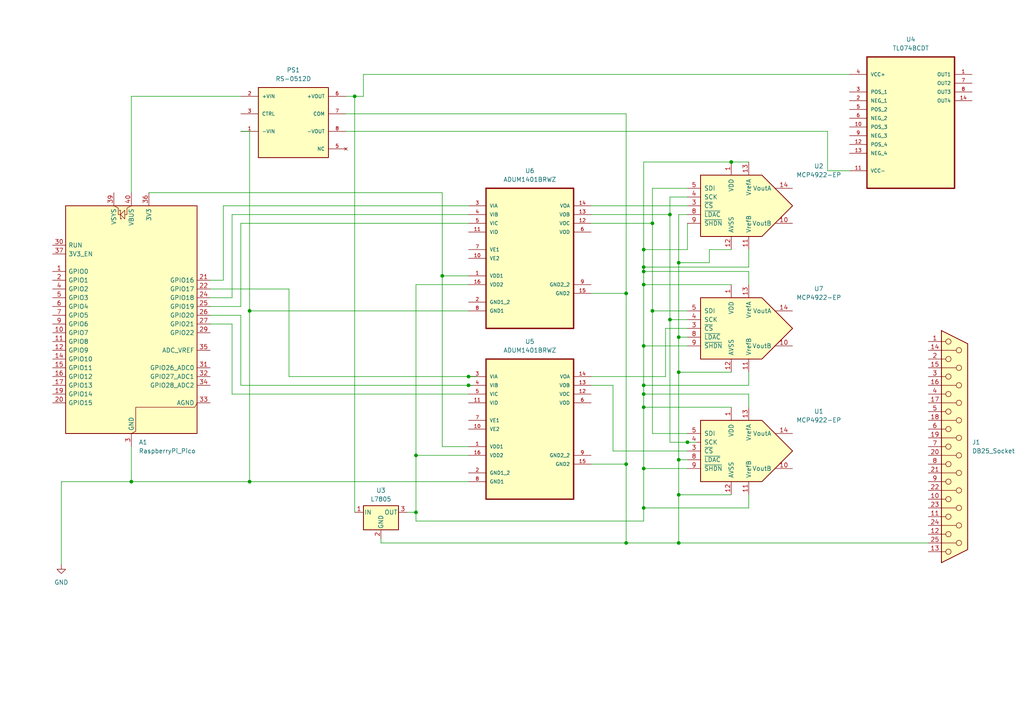
<source format=kicad_sch>
(kicad_sch (version 20250114) (generator "eeschema") (generator_version "9.0")
  (paper "A4")
  (lib_symbols
    (symbol "ADUM1401BRWZ:ADUM1401BRWZ" (pin_names (offset 1.016))
      (property "Reference" "U" (at -4.5046 19.2398 0))
      (property "Value" "ADUM1401BRWZ" (at -6.951 -26.0217 0))
      (symbol "ADUM1401BRWZ_0_0"
        (rectangle (start -12.7 -22.86) (end 12.7 17.78) (stroke (width 0.4064)) (fill (type background)))
        (pin passive line (at -17.78 12.7 0) (length 5.08) (name "VIA") (number "3"))
        (pin passive line (at -17.78 10.16 0) (length 5.08) (name "VIB") (number "4"))
        (pin passive line (at -17.78 7.62 0) (length 5.08) (name "VIC") (number "5"))
        (pin passive line (at -17.78 5.08 0) (length 5.08) (name "VID") (number "11"))
        (pin passive line (at -17.78 0 0) (length 5.08) (name "VE1") (number "7"))
        (pin passive line (at -17.78 -2.54 0) (length 5.08) (name "VE2") (number "10"))
        (pin power_in line (at -17.78 -7.62 0) (length 5.08) (name "VDD1") (number "1"))
        (pin power_in line (at -17.78 -10.16 0) (length 5.08) (name "VDD2") (number "16"))
        (pin passive line (at -17.78 -15.24 0) (length 5.08) (name "GND1_2") (number "2"))
        (pin passive line (at -17.78 -17.78 0) (length 5.08) (name "GND1") (number "8"))
        (pin passive line (at 17.78 12.7 180) (length 5.08) (name "VOA") (number "14"))
        (pin passive line (at 17.78 10.16 180) (length 5.08) (name "VOB") (number "13"))
        (pin passive line (at 17.78 7.62 180) (length 5.08) (name "VOC") (number "12"))
        (pin passive line (at 17.78 5.08 180) (length 5.08) (name "VOD") (number "6"))
        (pin passive line (at 17.78 -10.16 180) (length 5.08) (name "GND2_2") (number "9"))
        (pin passive line (at 17.78 -12.7 180) (length 5.08) (name "GND2") (number "15"))
      )
    )
    (symbol "Analog_DAC:MCP4922-EP" (pin_names (offset 1.016))
      (property "Reference" "U" (at -10.16 10.16 0))
      (property "Value" "MCP4922-EP" (at 3.81 10.16 0))
      (symbol "MCP4922-EP_0_1"
        (polyline (pts (xy -11.43 8.89) (xy 6.35 8.89) (xy 15.24 0) (xy 6.35 -8.89) (xy -11.43 -8.89) (xy -11.43 8.89)) (stroke (width 0.254)) (fill (type background)))
      )
      (symbol "MCP4922-EP_1_1"
        (pin input line (at -15.24 5.08 0) (length 3.81) (name "SDI") (number "5"))
        (pin input line (at -15.24 2.54 0) (length 3.81) (name "SCK") (number "4"))
        (pin input line (at -15.24 0 0) (length 3.81) (name "~{CS}") (number "3"))
        (pin input line (at -15.24 -2.54 0) (length 3.81) (name "~{LDAC}") (number "8"))
        (pin input line (at -15.24 -5.08 0) (length 3.81) (name "~{SHDN}") (number "9"))
        (pin no_connect line (at -10.16 -8.89 90) (length 2.54) (hide yes) (name "NC") (number "7"))
        (pin no_connect line (at -7.62 -8.89 90) (length 2.54) (hide yes) (name "NC") (number "6"))
        (pin no_connect line (at -5.08 -8.89 90) (length 2.54) (hide yes) (name "NC") (number "2"))
        (pin power_in line (at -2.54 12.7 270) (length 3.81) (name "VDD") (number "1"))
        (pin power_in line (at -2.54 -12.7 90) (length 3.81) (name "AVSS") (number "12"))
        (pin passive line (at 2.54 12.7 270) (length 3.81) (name "VrefA") (number "13"))
        (pin passive line (at 2.54 -12.7 90) (length 3.81) (name "VrefB") (number "11"))
        (pin passive line (at 15.24 5.08 180) (length 5.08) (name "VoutA") (number "14"))
        (pin passive line (at 15.24 -5.08 180) (length 5.08) (name "VoutB") (number "10"))
      )
    )
    (symbol "Connector:DB25_Socket" (pin_names (offset 1.016) (hide yes))
      (property "Reference" "J" (at 0 34.29 0))
      (property "Value" "DB25_Socket" (at 0 -34.925 0))
      (symbol "DB25_Socket_0_1"
        (polyline (pts (xy -3.81 33.655) (xy 3.81 29.845) (xy 3.81 -29.845) (xy -3.81 -33.655) (xy -3.81 33.655)) (stroke (width 0.254)) (fill (type background)))
        (polyline (pts (xy -3.81 30.48) (xy -2.54 30.48)))
        (polyline (pts (xy -3.81 27.94) (xy 0.508 27.94)))
        (polyline (pts (xy -3.81 25.4) (xy -2.54 25.4)))
        (polyline (pts (xy -3.81 22.86) (xy 0.508 22.86)))
        (polyline (pts (xy -3.81 20.32) (xy -2.54 20.32)))
        (polyline (pts (xy -3.81 17.78) (xy 0.508 17.78)))
        (polyline (pts (xy -3.81 15.24) (xy -2.54 15.24)))
        (polyline (pts (xy -3.81 12.7) (xy 0.508 12.7)))
        (polyline (pts (xy -3.81 10.16) (xy -2.54 10.16)))
        (polyline (pts (xy -3.81 7.62) (xy 0.508 7.62)))
        (polyline (pts (xy -3.81 5.08) (xy -2.54 5.08)))
        (polyline (pts (xy -3.81 2.54) (xy 0.508 2.54)))
        (polyline (pts (xy -3.81 0) (xy -2.54 0)))
        (polyline (pts (xy -3.81 -2.54) (xy 0.508 -2.54)))
        (polyline (pts (xy -3.81 -5.08) (xy -2.54 -5.08)))
        (polyline (pts (xy -3.81 -7.62) (xy 0.508 -7.62)))
        (polyline (pts (xy -3.81 -10.16) (xy -2.54 -10.16)))
        (polyline (pts (xy -3.81 -12.7) (xy 0.508 -12.7)))
        (polyline (pts (xy -3.81 -15.24) (xy -2.54 -15.24)))
        (polyline (pts (xy -3.81 -17.78) (xy 0.508 -17.78)))
        (polyline (pts (xy -3.81 -20.32) (xy -2.54 -20.32)))
        (polyline (pts (xy -3.81 -22.86) (xy 0.508 -22.86)))
        (polyline (pts (xy -3.81 -25.4) (xy -2.54 -25.4)))
        (polyline (pts (xy -3.81 -27.94) (xy 0.508 -27.94)))
        (polyline (pts (xy -3.81 -30.48) (xy -2.54 -30.48)))
        (circle (center -1.778 30.48) (radius 0.762))
        (circle (center -1.778 25.4) (radius 0.762))
        (circle (center -1.778 20.32) (radius 0.762))
        (circle (center -1.778 15.24) (radius 0.762))
        (circle (center -1.778 10.16) (radius 0.762))
        (circle (center -1.778 5.08) (radius 0.762))
        (circle (center -1.778 0) (radius 0.762))
        (circle (center -1.778 -5.08) (radius 0.762))
        (circle (center -1.778 -10.16) (radius 0.762))
        (circle (center -1.778 -15.24) (radius 0.762))
        (circle (center -1.778 -20.32) (radius 0.762))
        (circle (center -1.778 -25.4) (radius 0.762))
        (circle (center -1.778 -30.48) (radius 0.762))
        (circle (center 1.27 27.94) (radius 0.762))
        (circle (center 1.27 22.86) (radius 0.762))
        (circle (center 1.27 17.78) (radius 0.762))
        (circle (center 1.27 12.7) (radius 0.762))
        (circle (center 1.27 7.62) (radius 0.762))
        (circle (center 1.27 2.54) (radius 0.762))
        (circle (center 1.27 -2.54) (radius 0.762))
        (circle (center 1.27 -7.62) (radius 0.762))
        (circle (center 1.27 -12.7) (radius 0.762))
        (circle (center 1.27 -17.78) (radius 0.762))
        (circle (center 1.27 -22.86) (radius 0.762))
        (circle (center 1.27 -27.94) (radius 0.762))
      )
      (symbol "DB25_Socket_1_1"
        (pin passive line (at -7.62 30.48 0) (length 3.81) (name "1") (number "1"))
        (pin passive line (at -7.62 27.94 0) (length 3.81) (name "P14") (number "14"))
        (pin passive line (at -7.62 25.4 0) (length 3.81) (name "2") (number "2"))
        (pin passive line (at -7.62 22.86 0) (length 3.81) (name "P15") (number "15"))
        (pin passive line (at -7.62 20.32 0) (length 3.81) (name "3") (number "3"))
        (pin passive line (at -7.62 17.78 0) (length 3.81) (name "P16") (number "16"))
        (pin passive line (at -7.62 15.24 0) (length 3.81) (name "4") (number "4"))
        (pin passive line (at -7.62 12.7 0) (length 3.81) (name "P17") (number "17"))
        (pin passive line (at -7.62 10.16 0) (length 3.81) (name "5") (number "5"))
        (pin passive line (at -7.62 7.62 0) (length 3.81) (name "P18") (number "18"))
        (pin passive line (at -7.62 5.08 0) (length 3.81) (name "6") (number "6"))
        (pin passive line (at -7.62 2.54 0) (length 3.81) (name "P19") (number "19"))
        (pin passive line (at -7.62 0 0) (length 3.81) (name "7") (number "7"))
        (pin passive line (at -7.62 -2.54 0) (length 3.81) (name "P20") (number "20"))
        (pin passive line (at -7.62 -5.08 0) (length 3.81) (name "8") (number "8"))
        (pin passive line (at -7.62 -7.62 0) (length 3.81) (name "P21") (number "21"))
        (pin passive line (at -7.62 -10.16 0) (length 3.81) (name "9") (number "9"))
        (pin passive line (at -7.62 -12.7 0) (length 3.81) (name "P22") (number "22"))
        (pin passive line (at -7.62 -15.24 0) (length 3.81) (name "10") (number "10"))
        (pin passive line (at -7.62 -17.78 0) (length 3.81) (name "P23") (number "23"))
        (pin passive line (at -7.62 -20.32 0) (length 3.81) (name "11") (number "11"))
        (pin passive line (at -7.62 -22.86 0) (length 3.81) (name "P24") (number "24"))
        (pin passive line (at -7.62 -25.4 0) (length 3.81) (name "12") (number "12"))
        (pin passive line (at -7.62 -27.94 0) (length 3.81) (name "P25") (number "25"))
        (pin passive line (at -7.62 -30.48 0) (length 3.81) (name "13") (number "13"))
      )
    )
    (symbol "MCU_Module:RaspberryPi_Pico" (pin_names (offset 0.762))
      (property "Reference" "A" (at -19.05 35.56 0))
      (property "Value" "RaspberryPi_Pico" (at 7.62 35.56 0))
      (symbol "RaspberryPi_Pico_0_1"
        (rectangle (start -19.05 34.29) (end 19.05 -31.75) (stroke (width 0.254)) (fill (type background)))
        (polyline (pts (xy -5.08 34.29) (xy -3.81 33.655) (xy -3.81 31.75) (xy -3.175 31.75)))
        (polyline (pts (xy -3.429 32.766) (xy -3.429 33.02) (xy -3.175 33.02) (xy -3.175 30.48) (xy -2.921 30.48) (xy -2.921 30.734)))
        (polyline (pts (xy -3.175 31.75) (xy -1.905 33.02) (xy -1.905 30.48) (xy -3.175 31.75)))
        (polyline (pts (xy 0 34.29) (xy -1.27 33.655) (xy -1.27 31.75) (xy -1.905 31.75)))
        (polyline (pts (xy 0 -31.75) (xy 1.27 -31.115) (xy 1.27 -24.13) (xy 18.415 -24.13) (xy 19.05 -22.86)))
      )
      (symbol "RaspberryPi_Pico_1_1"
        (pin passive line (at -22.86 22.86 0) (length 3.81) (name "RUN") (number "30"))
        (pin passive line (at -22.86 20.32 0) (length 3.81) (name "3V3_EN") (number "37"))
        (pin bidirectional line (at -22.86 15.24 0) (length 3.81) (name "GPIO0") (number "1"))
        (pin bidirectional line (at -22.86 12.7 0) (length 3.81) (name "GPIO1") (number "2"))
        (pin bidirectional line (at -22.86 10.16 0) (length 3.81) (name "GPIO2") (number "4"))
        (pin bidirectional line (at -22.86 7.62 0) (length 3.81) (name "GPIO3") (number "5"))
        (pin bidirectional line (at -22.86 5.08 0) (length 3.81) (name "GPIO4") (number "6"))
        (pin bidirectional line (at -22.86 2.54 0) (length 3.81) (name "GPIO5") (number "7"))
        (pin bidirectional line (at -22.86 0 0) (length 3.81) (name "GPIO6") (number "9"))
        (pin bidirectional line (at -22.86 -2.54 0) (length 3.81) (name "GPIO7") (number "10"))
        (pin bidirectional line (at -22.86 -5.08 0) (length 3.81) (name "GPIO8") (number "11"))
        (pin bidirectional line (at -22.86 -7.62 0) (length 3.81) (name "GPIO9") (number "12"))
        (pin bidirectional line (at -22.86 -10.16 0) (length 3.81) (name "GPIO10") (number "14"))
        (pin bidirectional line (at -22.86 -12.7 0) (length 3.81) (name "GPIO11") (number "15"))
        (pin bidirectional line (at -22.86 -15.24 0) (length 3.81) (name "GPIO12") (number "16"))
        (pin bidirectional line (at -22.86 -17.78 0) (length 3.81) (name "GPIO13") (number "17"))
        (pin bidirectional line (at -22.86 -20.32 0) (length 3.81) (name "GPIO14") (number "19"))
        (pin bidirectional line (at -22.86 -22.86 0) (length 3.81) (name "GPIO15") (number "20"))
        (pin power_in line (at -5.08 38.1 270) (length 3.81) (name "VSYS") (number "39"))
        (pin power_out line (at 0 38.1 270) (length 3.81) (name "VBUS") (number "40"))
        (pin passive line (at 0 -35.56 90) (length 3.81) (hide yes) (name "GND") (number "13"))
        (pin passive line (at 0 -35.56 90) (length 3.81) (hide yes) (name "GND") (number "18"))
        (pin passive line (at 0 -35.56 90) (length 3.81) (hide yes) (name "GND") (number "23"))
        (pin passive line (at 0 -35.56 90) (length 3.81) (hide yes) (name "GND") (number "28"))
        (pin power_out line (at 0 -35.56 90) (length 3.81) (name "GND") (number "3"))
        (pin passive line (at 0 -35.56 90) (length 3.81) (hide yes) (name "GND") (number "38"))
        (pin passive line (at 0 -35.56 90) (length 3.81) (hide yes) (name "GND") (number "8"))
        (pin power_out line (at 5.08 38.1 270) (length 3.81) (name "3V3") (number "36"))
        (pin bidirectional line (at 22.86 12.7 180) (length 3.81) (name "GPIO16") (number "21"))
        (pin bidirectional line (at 22.86 10.16 180) (length 3.81) (name "GPIO17") (number "22"))
        (pin bidirectional line (at 22.86 7.62 180) (length 3.81) (name "GPIO18") (number "24"))
        (pin bidirectional line (at 22.86 5.08 180) (length 3.81) (name "GPIO19") (number "25"))
        (pin bidirectional line (at 22.86 2.54 180) (length 3.81) (name "GPIO20") (number "26"))
        (pin bidirectional line (at 22.86 0 180) (length 3.81) (name "GPIO21") (number "27"))
        (pin bidirectional line (at 22.86 -2.54 180) (length 3.81) (name "GPIO22") (number "29"))
        (pin power_in line (at 22.86 -7.62 180) (length 3.81) (name "ADC_VREF") (number "35"))
        (pin bidirectional line (at 22.86 -12.7 180) (length 3.81) (name "GPIO26_ADC0") (number "31"))
        (pin bidirectional line (at 22.86 -15.24 180) (length 3.81) (name "GPIO27_ADC1") (number "32"))
        (pin bidirectional line (at 22.86 -17.78 180) (length 3.81) (name "GPIO28_ADC2") (number "34"))
        (pin power_out line (at 22.86 -22.86 180) (length 3.81) (name "AGND") (number "33"))
      )
    )
    (symbol "RS-0512D:RS-0512D" (pin_names (offset 1.016))
      (property "Reference" "PS" (at -10.1639 11.4379 0))
      (property "Value" "RS-0512D" (at -10.1614 -12.7027 0))
      (symbol "RS-0512D_0_0"
        (rectangle (start -10.16 -10.16) (end 10.16 10.16) (stroke (width 0.254)) (fill (type background)))
        (pin input line (at -15.24 7.62 0) (length 5.08) (name "+VIN") (number "2"))
        (pin input line (at -15.24 2.54 0) (length 5.08) (name "CTRL") (number "3"))
        (pin input line (at -15.24 -2.54 0) (length 5.08) (name "-VIN") (number "1"))
        (pin output line (at 15.24 7.62 180) (length 5.08) (name "+VOUT") (number "6"))
        (pin power_in line (at 15.24 2.54 180) (length 5.08) (name "COM") (number "7"))
        (pin output line (at 15.24 -2.54 180) (length 5.08) (name "-VOUT") (number "8"))
        (pin no_connect line (at 15.24 -7.62 180) (length 5.08) (name "NC") (number "5"))
      )
    )
    (symbol "Regulator_Linear:L7805" (pin_names (offset 0.254))
      (property "Reference" "U" (at -3.81 3.175 0))
      (property "Value" "L7805" (at 0 3.175 0))
      (symbol "L7805_0_1"
        (rectangle (start -5.08 1.905) (end 5.08 -5.08) (stroke (width 0.254)) (fill (type background)))
      )
      (symbol "L7805_1_1"
        (pin power_in line (at -7.62 0 0) (length 2.54) (name "IN") (number "1"))
        (pin power_in line (at 0 -7.62 90) (length 2.54) (name "GND") (number "2"))
        (pin power_out line (at 7.62 0 180) (length 2.54) (name "OUT") (number "3"))
      )
    )
    (symbol "TL074BCDT:TL074BCDT" (pin_names (offset 1.016))
      (property "Reference" "U" (at -5.3611 19.2845 0))
      (property "Value" "TL074BCDT" (at -3.8661 -29.6822 0))
      (symbol "TL074BCDT_0_0"
        (rectangle (start -12.7 -22.86) (end 12.7 15.24) (stroke (width 0.4064)) (fill (type background)))
        (pin power_in line (at -17.78 10.16 0) (length 5.08) (name "VCC+") (number "4"))
        (pin input line (at -17.78 5.08 0) (length 5.08) (name "POS_1") (number "3"))
        (pin input line (at -17.78 2.54 0) (length 5.08) (name "NEG_1") (number "2"))
        (pin input line (at -17.78 0 0) (length 5.08) (name "POS_2") (number "5"))
        (pin input line (at -17.78 -2.54 0) (length 5.08) (name "NEG_2") (number "6"))
        (pin input line (at -17.78 -5.08 0) (length 5.08) (name "POS_3") (number "10"))
        (pin input line (at -17.78 -7.62 0) (length 5.08) (name "NEG_3") (number "9"))
        (pin input line (at -17.78 -10.16 0) (length 5.08) (name "POS_4") (number "12"))
        (pin input line (at -17.78 -12.7 0) (length 5.08) (name "NEG_4") (number "13"))
        (pin power_in line (at -17.78 -17.78 0) (length 5.08) (name "VCC-") (number "11"))
        (pin output line (at 17.78 10.16 180) (length 5.08) (name "OUT1") (number "1"))
        (pin output line (at 17.78 7.62 180) (length 5.08) (name "OUT2") (number "7"))
        (pin output line (at 17.78 5.08 180) (length 5.08) (name "OUT3") (number "8"))
        (pin output line (at 17.78 2.54 180) (length 5.08) (name "OUT4") (number "14"))
      )
    )
    (symbol "power:GND" (power) (pin_numbers (hide yes)) (pin_names (offset 0) (hide yes))
      (property "Value" "GND" (at 0 -3.81 0))
      (symbol "GND_0_1"
        (polyline (pts (xy 0 0) (xy 0 -1.27) (xy 1.27 -1.27) (xy 0 -2.54) (xy -1.27 -1.27) (xy 0 -1.27)))
      )
      (symbol "GND_1_1"
        (pin power_in line (at 0 0 270) (length 0) (name "~") (number "1"))
      )
    )
  )
  (junction (at 186.69 100.33))
  (junction (at 189.23 90.17))
  (junction (at 135.89 109.22))
  (junction (at 135.89 111.76))
  (junction (at 72.39 139.7))
  (junction (at 186.69 114.3))
  (junction (at 128.27 80.01))
  (junction (at 196.85 76.2))
  (junction (at 186.69 111.76))
  (junction (at 120.65 132.08))
  (junction (at 196.85 157.48))
  (junction (at 186.69 77.47))
  (junction (at 194.31 62.23))
  (junction (at 196.85 133.35))
  (junction (at 186.69 147.32))
  (junction (at 181.61 157.48))
  (junction (at 186.69 72.39))
  (junction (at 189.23 64.77))
  (junction (at 194.31 92.71))
  (junction (at 186.69 78.74))
  (junction (at 196.85 107.95))
  (junction (at 102.87 27.94))
  (junction (at 181.61 85.09))
  (junction (at 186.69 135.89))
  (junction (at 186.69 118.11))
  (junction (at 186.69 82.55))
  (junction (at 181.61 134.62))
  (junction (at 196.85 97.79))
  (junction (at 38.1 139.7))
  (junction (at 72.39 90.17))
  (junction (at 196.85 143.51))
  (junction (at 212.09 46.99))
  (junction (at 199.39 128.27))
  (junction (at 120.65 148.59))
  (wire (pts (xy 199.39 62.23) (xy 196.85 62.23)))
  (wire (pts (xy 194.31 92.71) (xy 194.31 128.27)))
  (wire (pts (xy 64.77 59.69) (xy 135.89 59.69)))
  (wire (pts (xy 240.03 38.1) (xy 240.03 49.53)))
  (wire (pts (xy 72.39 139.7) (xy 135.89 139.7)))
  (wire (pts (xy 189.23 54.61) (xy 189.23 64.77)))
  (wire (pts (xy 128.27 80.01) (xy 128.27 55.88)))
  (wire (pts (xy 100.33 38.1) (xy 240.03 38.1)))
  (wire (pts (xy 72.39 90.17) (xy 72.39 139.7)))
  (wire (pts (xy 186.69 82.55) (xy 186.69 100.33)))
  (wire (pts (xy 186.69 100.33) (xy 199.39 100.33)))
  (wire (pts (xy 186.69 100.33) (xy 186.69 111.76)))
  (wire (pts (xy 189.23 90.17) (xy 189.23 125.73)))
  (wire (pts (xy 181.61 85.09) (xy 181.61 134.62)))
  (wire (pts (xy 199.39 64.77) (xy 199.39 72.39)))
  (wire (pts (xy 186.69 78.74) (xy 186.69 82.55)))
  (wire (pts (xy 196.85 157.48) (xy 269.24 157.48)))
  (wire (pts (xy 38.1 27.94) (xy 38.1 55.88)))
  (wire (pts (xy 212.09 72.39) (xy 205.74 72.39)))
  (wire (pts (xy 186.69 151.13) (xy 120.65 151.13)))
  (wire (pts (xy 67.31 62.23) (xy 135.89 62.23)))
  (wire (pts (xy 196.85 143.51) (xy 212.09 143.51)))
  (wire (pts (xy 196.85 62.23) (xy 196.85 76.2)))
  (wire (pts (xy 217.17 111.76) (xy 186.69 111.76)))
  (wire (pts (xy 196.85 133.35) (xy 196.85 143.51)))
  (wire (pts (xy 186.69 111.76) (xy 186.69 114.3)))
  (wire (pts (xy 100.33 33.02) (xy 181.61 33.02)))
  (wire (pts (xy 189.23 54.61) (xy 199.39 54.61)))
  (wire (pts (xy 193.04 109.22) (xy 193.04 95.25)))
  (wire (pts (xy 72.39 38.1) (xy 72.39 90.17)))
  (wire (pts (xy 135.89 129.54) (xy 128.27 129.54)))
  (wire (pts (xy 196.85 107.95) (xy 212.09 107.95)))
  (wire (pts (xy 181.61 134.62) (xy 181.61 157.48)))
  (wire (pts (xy 105.41 21.59) (xy 105.41 27.94)))
  (wire (pts (xy 120.65 132.08) (xy 120.65 148.59)))
  (wire (pts (xy 60.96 81.28) (xy 64.77 81.28)))
  (wire (pts (xy 110.49 157.48) (xy 181.61 157.48)))
  (wire (pts (xy 118.11 148.59) (xy 120.65 148.59)))
  (wire (pts (xy 189.23 125.73) (xy 199.39 125.73)))
  (wire (pts (xy 64.77 81.28) (xy 64.77 59.69)))
  (wire (pts (xy 69.85 111.76) (xy 69.85 91.44)))
  (wire (pts (xy 189.23 90.17) (xy 199.39 90.17)))
  (wire (pts (xy 135.89 111.76) (xy 69.85 111.76)))
  (wire (pts (xy 205.74 76.2) (xy 196.85 76.2)))
  (wire (pts (xy 217.17 107.95) (xy 217.17 111.76)))
  (wire (pts (xy 102.87 27.94) (xy 105.41 27.94)))
  (wire (pts (xy 186.69 114.3) (xy 186.69 118.11)))
  (wire (pts (xy 194.31 128.27) (xy 199.39 128.27)))
  (wire (pts (xy 196.85 97.79) (xy 196.85 107.95)))
  (wire (pts (xy 60.96 83.82) (xy 83.82 83.82)))
  (wire (pts (xy 186.69 46.99) (xy 186.69 72.39)))
  (wire (pts (xy 60.96 93.98) (xy 67.31 93.98)))
  (wire (pts (xy 196.85 97.79) (xy 199.39 97.79)))
  (wire (pts (xy 17.78 139.7) (xy 17.78 163.83)))
  (wire (pts (xy 181.61 33.02) (xy 181.61 85.09)))
  (wire (pts (xy 196.85 107.95) (xy 196.85 133.35)))
  (wire (pts (xy 186.69 82.55) (xy 212.09 82.55)))
  (wire (pts (xy 83.82 83.82) (xy 83.82 109.22)))
  (wire (pts (xy 67.31 93.98) (xy 67.31 114.3)))
  (wire (pts (xy 217.17 82.55) (xy 217.17 78.74)))
  (wire (pts (xy 186.69 72.39) (xy 186.69 77.47)))
  (wire (pts (xy 135.89 82.55) (xy 120.65 82.55)))
  (wire (pts (xy 69.85 88.9) (xy 69.85 64.77)))
  (wire (pts (xy 60.96 86.36) (xy 67.31 86.36)))
  (wire (pts (xy 128.27 129.54) (xy 128.27 80.01)))
  (wire (pts (xy 194.31 92.71) (xy 199.39 92.71)))
  (wire (pts (xy 193.04 95.25) (xy 199.39 95.25)))
  (wire (pts (xy 60.96 88.9) (xy 69.85 88.9)))
  (wire (pts (xy 171.45 64.77) (xy 189.23 64.77)))
  (wire (pts (xy 186.69 135.89) (xy 186.69 147.32)))
  (wire (pts (xy 120.65 132.08) (xy 135.89 132.08)))
  (wire (pts (xy 171.45 134.62) (xy 181.61 134.62)))
  (wire (pts (xy 186.69 118.11) (xy 212.09 118.11)))
  (wire (pts (xy 137.16 111.76) (xy 135.89 111.76)))
  (wire (pts (xy 69.85 91.44) (xy 60.96 91.44)))
  (wire (pts (xy 17.78 139.7) (xy 38.1 139.7)))
  (wire (pts (xy 171.45 59.69) (xy 199.39 59.69)))
  (wire (pts (xy 69.85 64.77) (xy 135.89 64.77)))
  (wire (pts (xy 217.17 143.51) (xy 217.17 147.32)))
  (wire (pts (xy 196.85 76.2) (xy 196.85 97.79)))
  (wire (pts (xy 217.17 147.32) (xy 186.69 147.32)))
  (wire (pts (xy 72.39 38.1) (xy 69.85 38.1)))
  (wire (pts (xy 135.89 109.22) (xy 138.43 109.22)))
  (wire (pts (xy 194.31 57.15) (xy 199.39 57.15)))
  (wire (pts (xy 212.09 46.99) (xy 217.17 46.99)))
  (wire (pts (xy 217.17 77.47) (xy 186.69 77.47)))
  (wire (pts (xy 186.69 46.99) (xy 212.09 46.99)))
  (wire (pts (xy 177.8 130.81) (xy 199.39 130.81)))
  (wire (pts (xy 83.82 109.22) (xy 135.89 109.22)))
  (wire (pts (xy 189.23 64.77) (xy 189.23 90.17)))
  (wire (pts (xy 38.1 27.94) (xy 69.85 27.94)))
  (wire (pts (xy 38.1 129.54) (xy 38.1 139.7)))
  (wire (pts (xy 171.45 111.76) (xy 177.8 111.76)))
  (wire (pts (xy 199.39 128.27) (xy 201.93 128.27)))
  (wire (pts (xy 72.39 90.17) (xy 135.89 90.17)))
  (wire (pts (xy 186.69 77.47) (xy 186.69 78.74)))
  (wire (pts (xy 171.45 109.22) (xy 193.04 109.22)))
  (wire (pts (xy 128.27 55.88) (xy 43.18 55.88)))
  (wire (pts (xy 181.61 157.48) (xy 196.85 157.48)))
  (wire (pts (xy 217.17 118.11) (xy 217.17 114.3)))
  (wire (pts (xy 217.17 114.3) (xy 186.69 114.3)))
  (wire (pts (xy 120.65 151.13) (xy 120.65 148.59)))
  (wire (pts (xy 240.03 49.53) (xy 246.38 49.53)))
  (wire (pts (xy 199.39 72.39) (xy 186.69 72.39)))
  (wire (pts (xy 67.31 114.3) (xy 135.89 114.3)))
  (wire (pts (xy 196.85 133.35) (xy 199.39 133.35)))
  (wire (pts (xy 186.69 118.11) (xy 186.69 135.89)))
  (wire (pts (xy 102.87 27.94) (xy 102.87 148.59)))
  (wire (pts (xy 217.17 72.39) (xy 217.17 77.47)))
  (wire (pts (xy 171.45 62.23) (xy 194.31 62.23)))
  (wire (pts (xy 38.1 139.7) (xy 72.39 139.7)))
  (wire (pts (xy 217.17 78.74) (xy 186.69 78.74)))
  (wire (pts (xy 186.69 135.89) (xy 199.39 135.89)))
  (wire (pts (xy 194.31 62.23) (xy 194.31 92.71)))
  (wire (pts (xy 171.45 85.09) (xy 181.61 85.09)))
  (wire (pts (xy 67.31 86.36) (xy 67.31 62.23)))
  (wire (pts (xy 186.69 147.32) (xy 186.69 151.13)))
  (wire (pts (xy 105.41 21.59) (xy 246.38 21.59)))
  (wire (pts (xy 196.85 143.51) (xy 196.85 157.48)))
  (wire (pts (xy 110.49 156.21) (xy 110.49 157.48)))
  (wire (pts (xy 128.27 80.01) (xy 135.89 80.01)))
  (wire (pts (xy 194.31 62.23) (xy 194.31 57.15)))
  (wire (pts (xy 205.74 72.39) (xy 205.74 76.2)))
  (wire (pts (xy 177.8 111.76) (xy 177.8 130.81)))
  (wire (pts (xy 120.65 82.55) (xy 120.65 132.08)))
  (wire (pts (xy 100.33 27.94) (xy 102.87 27.94)))
  (symbol (lib_id "Regulator_Linear:L7805") (at 110.49 148.59 0) (unit 1)
    (property "Reference" "U3" (at 110.49 142.24 0))
    (property "Value" "L7805" (at 110.49 144.78 0))
    (property "Datasheet" "http://www.st.com/content/ccc/resource/technical/document/datasheet/41/4f/b3/b0/12/d4/47/88/CD00000444.pdf/files/CD00000444.pdf/jcr:content/translations/en.CD00000444.pdf" (effects (hide yes)))
    (property "Description" "Positive 1.5A 35V Linear Regulator, Fixed Output 5V, TO-220/TO-263/TO-252" (effects (hide yes)))
  )
  (symbol (lib_id "Analog_DAC:MCP4922-EP") (at 214.63 59.69 0) (unit 1)
    (property "Reference" "U2" (at 237.49 48.1898 0))
    (property "Value" "MCP4922-EP" (at 237.49 50.7298 0))
    (property "Datasheet" "http://ww1.microchip.com/downloads/en/devicedoc/21897a.pdf" (effects (hide yes)))
    (property "Description" "Dual 12-bit Digital to Analog Converter, SPI Interface, PDIP-14" (effects (hide yes)))
  )
  (symbol (lib_id "Analog_DAC:MCP4922-EP") (at 214.63 130.81 0) (unit 1)
    (property "Reference" "U1" (at 237.49 119.3098 0))
    (property "Value" "MCP4922-EP" (at 237.49 121.8498 0))
    (property "Datasheet" "http://ww1.microchip.com/downloads/en/devicedoc/21897a.pdf" (effects (hide yes)))
    (property "Description" "Dual 12-bit Digital to Analog Converter, SPI Interface, PDIP-14" (effects (hide yes)))
  )
  (symbol (lib_id "RS-0512D:RS-0512D") (at 85.09 35.56 0) (unit 1)
    (property "Reference" "PS1" (at 85.09 20.32 0))
    (property "Value" "RS-0512D" (at 85.09 22.86 0))
    (property "Footprint" "RS-0512D:CONV_RS-0512D" (effects (hide yes)))
    (property "DigiKey_Part_Number" "945-1310-ND" (effects (hide yes)))
    (property "SnapEDA_Link" "https://www.snapeda.com/parts/RS-0512D/Recom+Power/view-part/?ref=snap" (effects (hide yes)))
    (property "MAXIMUM_PACKAGE_HEIGHT" "11.10mm" (effects (hide yes)))
    (property "Package" "None" (effects (hide yes)))
    (property "Check_prices" "https://www.snapeda.com/parts/RS-0512D/Recom+Power/view-part/?ref=eda" (effects (hide yes)))
    (property "STANDARD" "Manufacturer Recommendations" (effects (hide yes)))
    (property "PARTREV" "3" (effects (hide yes)))
    (property "MF" "Recom Power" (effects (hide yes)))
    (property "MP" "RS-0512D" (effects (hide yes)))
    (property "Description_1" "DC-DC Converter, Out -12, +12VDC, In 4.5 to 9VDC, Thru-Hole, Encapsulated, 2W | RECOM Power Inc. RS-0512D" (effects (hide yes)))
    (property "MANUFACTURER" "RECOM" (effects (hide yes)))
  )
  (symbol (lib_id "ADUM1401BRWZ:ADUM1401BRWZ") (at 153.67 121.92 0) (unit 1)
    (property "Reference" "U5" (at 153.67 99.06 0))
    (property "Value" "ADUM1401BRWZ" (at 153.67 101.6 0))
    (property "Footprint" "ADUM1401BRWZ:SOIC127P1032X265-16N" (effects (hide yes)))
    (property "MF" "Analog Devices" (effects (hide yes)))
    (property "Description_1" "Quad-Channel Digital Isolator (3/1 Channel Directionality)" (effects (hide yes)))
    (property "PACKAGE" "16-Lead SOIC_W" (effects (hide yes)))
    (property "MPN" "ADUM1401BRWZ" (effects (hide yes)))
    (property "Price" "None" (effects (hide yes)))
    (property "Package" "SOIC-16 Analog Devices" (effects (hide yes)))
    (property "OC_FARNELL" "unknown" (effects (hide yes)))
    (property "SnapEDA_Link" "https://www.snapeda.com/parts/ADUM1401BRWZ/Analog+Devices/view-part/?ref=snap" (effects (hide yes)))
    (property "MP" "ADUM1401BRWZ" (effects (hide yes)))
    (property "Purchase-URL" "https://www.snapeda.com/api/url_track_click_mouser/?unipart_id=1210796&manufacturer=Analog Devices&part_name=ADUM1401BRWZ&search_term=adum1401brwz" (effects (hide yes)))
    (property "SUPPLIER" "Analog Devices" (effects (hide yes)))
    (property "OC_NEWARK" "59K3280" (effects (hide yes)))
    (property "Availability" "In Stock" (effects (hide yes)))
    (property "Check_prices" "https://www.snapeda.com/parts/ADUM1401BRWZ/Analog+Devices/view-part/?ref=eda" (effects (hide yes)))
  )
  (symbol (lib_id "Connector:DB25_Socket") (at 276.86 129.54 0) (unit 1)
    (property "Reference" "J1" (at 281.94 128.2699 0) (effects (justify left)))
    (property "Value" "DB25_Socket" (at 281.94 130.8099 0) (effects (justify left)))
    (property "Description" "25-pin D-SUB connector, socket (female)" (effects (hide yes)))
  )
  (symbol (lib_id "TL074BCDT:TL074BCDT") (at 264.16 31.75 0) (unit 1)
    (property "Reference" "U4" (at 264.16 11.43 0))
    (property "Value" "TL074BCDT" (at 264.16 13.97 0))
    (property "Footprint" "TL074BCDT:SOIC127P600X175-14N" (effects (hide yes)))
    (property "DigiKey_Part_Number" "497-18881-1-ND" (effects (hide yes)))
    (property "SnapEDA_Link" "https://www.snapeda.com/parts/TL074BCDT/STMicroelectronics/view-part/?ref=snap" (effects (hide yes)))
    (property "Description_1" "J-FET Amplifier 4 Circuit - 14-SO" (effects (hide yes)))
    (property "PACKAGE" "SOIC-14" (effects (hide yes)))
    (property "MPN" "TL074BCDT" (effects (hide yes)))
    (property "Package" "SOIC-14 STMicroelectronics" (effects (hide yes)))
    (property "OC_FARNELL" "1750154" (effects (hide yes)))
    (property "MF" "STMicroelectronics" (effects (hide yes)))
    (property "MP" "TL074BCDT" (effects (hide yes)))
    (property "SUPPLIER" "STMICROELECTRONICS" (effects (hide yes)))
    (property "OC_NEWARK" "33R1370" (effects (hide yes)))
    (property "Check_prices" "https://www.snapeda.com/parts/TL074BCDT/STMicroelectronics/view-part/?ref=eda" (effects (hide yes)))
  )
  (symbol (lib_id "Analog_DAC:MCP4922-EP") (at 214.63 95.25 0) (unit 1)
    (property "Reference" "U7" (at 237.49 83.7498 0))
    (property "Value" "MCP4922-EP" (at 237.49 86.2898 0))
    (property "Datasheet" "http://ww1.microchip.com/downloads/en/devicedoc/21897a.pdf" (effects (hide yes)))
    (property "Description" "Dual 12-bit Digital to Analog Converter, SPI Interface, PDIP-14" (effects (hide yes)))
  )
  (symbol (lib_id "ADUM1401BRWZ:ADUM1401BRWZ") (at 153.67 72.39 0) (unit 1)
    (property "Reference" "U6" (at 153.67 49.53 0))
    (property "Value" "ADUM1401BRWZ" (at 153.67 52.07 0))
    (property "Footprint" "ADUM1401BRWZ:SOIC127P1032X265-16N" (effects (hide yes)))
    (property "MF" "Analog Devices" (effects (hide yes)))
    (property "Description_1" "Quad-Channel Digital Isolator (3/1 Channel Directionality)" (effects (hide yes)))
    (property "PACKAGE" "16-Lead SOIC_W" (effects (hide yes)))
    (property "MPN" "ADUM1401BRWZ" (effects (hide yes)))
    (property "Price" "None" (effects (hide yes)))
    (property "Package" "SOIC-16 Analog Devices" (effects (hide yes)))
    (property "OC_FARNELL" "unknown" (effects (hide yes)))
    (property "SnapEDA_Link" "https://www.snapeda.com/parts/ADUM1401BRWZ/Analog+Devices/view-part/?ref=snap" (effects (hide yes)))
    (property "MP" "ADUM1401BRWZ" (effects (hide yes)))
    (property "Purchase-URL" "https://www.snapeda.com/api/url_track_click_mouser/?unipart_id=1210796&manufacturer=Analog Devices&part_name=ADUM1401BRWZ&search_term=adum1401brwz" (effects (hide yes)))
    (property "SUPPLIER" "Analog Devices" (effects (hide yes)))
    (property "OC_NEWARK" "59K3280" (effects (hide yes)))
    (property "Availability" "In Stock" (effects (hide yes)))
    (property "Check_prices" "https://www.snapeda.com/parts/ADUM1401BRWZ/Analog+Devices/view-part/?ref=eda" (effects (hide yes)))
  )
  (symbol (lib_id "power:GND") (at 17.78 163.83 0) (unit 1)
    (property "Reference" "#PWR01" (effects (hide yes)))
    (property "Value" "GND" (at 17.78 168.91 0))
    (property "Description" "Power symbol creates a global label with name \"GND\" , ground" (effects (hide yes)))
  )
  (symbol (lib_id "MCU_Module:RaspberryPi_Pico") (at 38.1 93.98 0) (unit 1)
    (property "Reference" "A1" (at 40.2433 128.27 0) (effects (justify left)))
    (property "Value" "RaspberryPi_Pico" (at 40.2433 130.81 0) (effects (justify left)))
    (property "Footprint" "Module:RaspberryPi_Pico_Common_Unspecified" (effects (hide yes)))
    (property "Datasheet" "https://datasheets.raspberrypi.com/pico/pico-datasheet.pdf" (effects (hide yes)))
    (property "Description" "Versatile and inexpensive microcontroller module powered by RP2040 dual-core Arm Cortex-M0+ processor up to 133 MHz, 264kB SRAM, 2MB QSPI flash; also supports Raspberry Pi Pico 2" (effects (hide yes)))
  )
)
</source>
